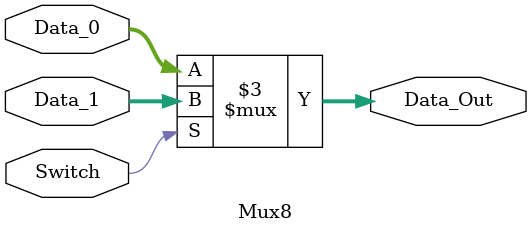
<source format=v>
module Mux8
#(parameter BITS = 8)
(
	input Switch,
	input [BITS-1:0] Data_0,
	input [BITS-1:0] Data_1,
	output reg [BITS-1:0] Data_Out
);

always @ (Switch or Data_0 or Data_1)
begin
	if (Switch)
		Data_Out <= Data_1;
	else
		Data_Out <= Data_0;
end

endmodule
</source>
